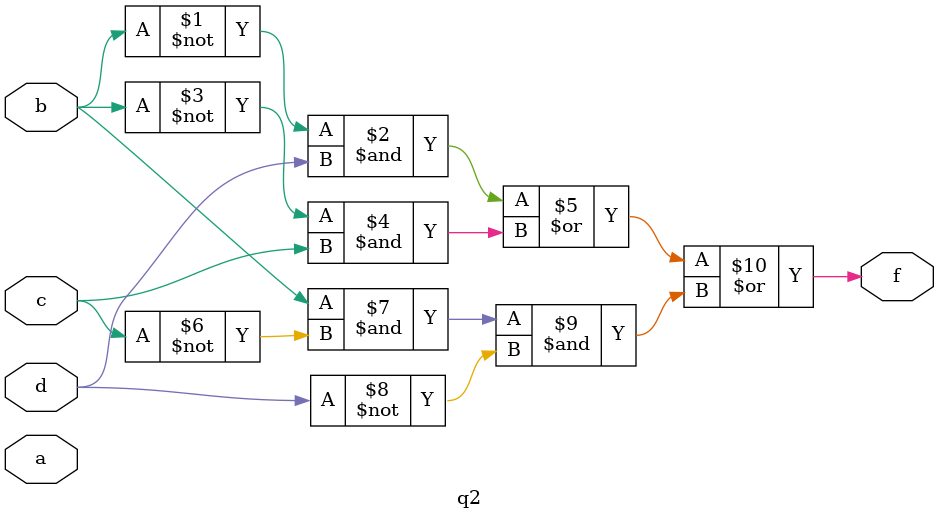
<source format=v>
module q2(a,b,c,d,f);
input a,b,c,d;
output f;
assign f=(~b&d)|(~b&c)|(b&(~c)&~d);
endmodule

</source>
